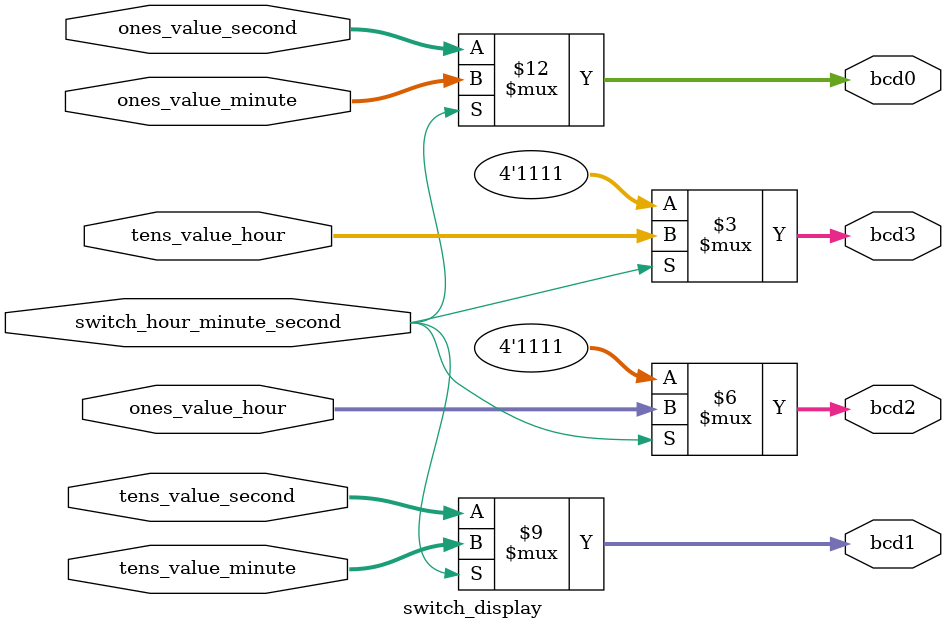
<source format=v>
module switch_display(
  output reg [3:0] bcd0,
  output reg [3:0] bcd1,
  output reg [3:0] bcd2,
  output reg [3:0] bcd3,
  
  input  [3:0] ones_value_second,
  input  [3:0] tens_value_second,
  input  [3:0] ones_value_minute,
  input  [3:0] tens_value_minute,
  input  [3:0] ones_value_hour,
  input  [3:0] tens_value_hour,
  
  input  switch_hour_minute_second
);
  
  always @*
    if (switch_hour_minute_second) begin
      bcd0 = ones_value_minute;
      bcd1 = tens_value_minute;
      bcd2 = ones_value_hour;
      bcd3 = tens_value_hour;
    end else begin
      bcd0 = ones_value_second;
      bcd1 = tens_value_second;
      bcd2 = 4'b1111;
      bcd3 = 4'b1111;
    end

endmodule

</source>
